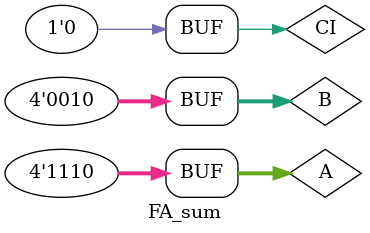
<source format=v>
`timescale 1ns / 1ps


module FA_sum;
reg [3:0]A,B;
reg CI;
wire [3:0]F;
wire CO;
FourBitFA Test2(A,B,CI,CO,F);
initial
begin
A=4'b0000;B=4'b0000;CI=0;//0+0
#100;
A=4'b0001;B=4'b0100;CI=0;//1+8
#100;
A=4'b0110;B=4'b1000;CI=0;//6+8
#100;
A=4'b0010;B=4'b1100;CI=0;//2+12
#100;
A=4'b0010;B=4'b0101;CI=0;//2+5
#100;
A=4'b1110;B=4'b0010;CI=0;//14+2
#100;
end
endmodule

</source>
